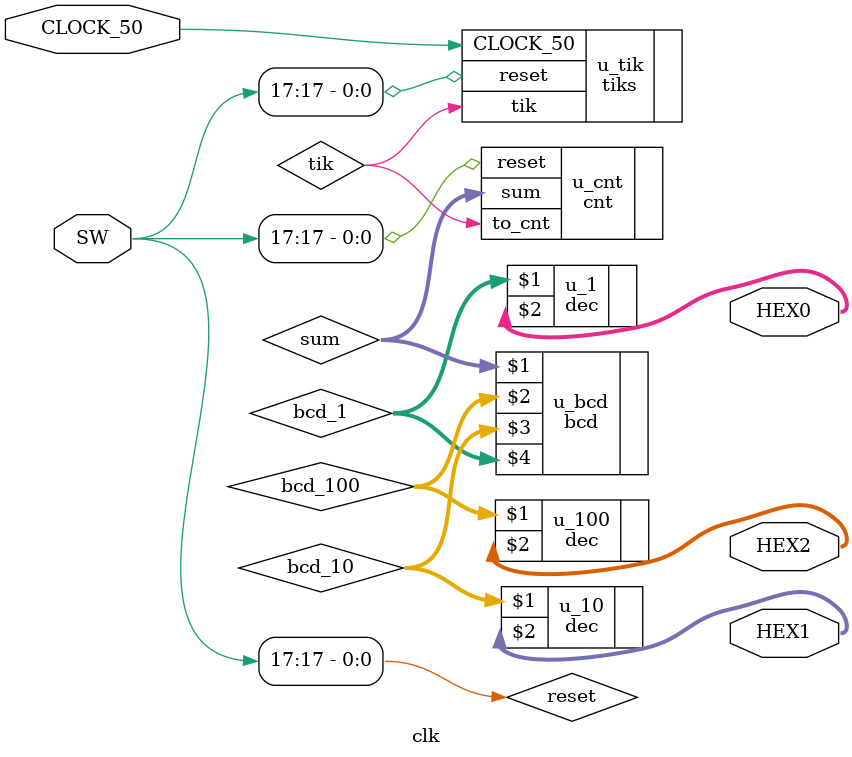
<source format=v>

module clk #(
    parameter integer M = 5,  // 10M - > 5 Hz
    parameter integer R = 60
)  
(
    CLOCK_50,
    SW,
    HEX2,
    HEX1,
    HEX0
);


// ports
input CLOCK_50;
input [17:0] SW;
output [6:0] HEX2, HEX1, HEX0;

// assign reset 
wire reset;
assign reset = SW[17];

// for module 'tik'
wire tik;
tiks #(.M(1)) u_tik(.CLOCK_50(CLOCK_50), .reset(reset), .tik(tik));

// for module 'cnt'
wire [7:0] sum;
cnt #(.MAX(R), .BITS(8)) u_cnt(.reset(reset), .to_cnt(tik), .sum(sum));

// for module 'bcd'
wire [3:0] bcd_1, bcd_10, bcd_100;
bcd u_bcd(sum, bcd_100, bcd_10, bcd_1);

// for module 'dec'
dec u_100(bcd_100, HEX2);
dec u_10(bcd_10, HEX1);
dec u_1(bcd_1, HEX0);

endmodule
</source>
